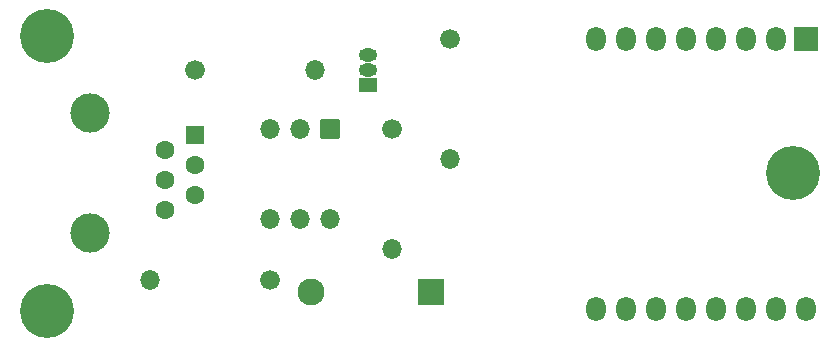
<source format=gts>
G04 #@! TF.GenerationSoftware,KiCad,Pcbnew,8.0.1*
G04 #@! TF.CreationDate,2024-04-29T21:46:06+02:00*
G04 #@! TF.ProjectId,P1-lezer,50312d6c-657a-4657-922e-6b696361645f,rev?*
G04 #@! TF.SameCoordinates,Original*
G04 #@! TF.FileFunction,Soldermask,Top*
G04 #@! TF.FilePolarity,Negative*
%FSLAX46Y46*%
G04 Gerber Fmt 4.6, Leading zero omitted, Abs format (unit mm)*
G04 Created by KiCad (PCBNEW 8.0.1) date 2024-04-29 21:46:06*
%MOMM*%
%LPD*%
G01*
G04 APERTURE LIST*
G04 Aperture macros list*
%AMRoundRect*
0 Rectangle with rounded corners*
0 $1 Rounding radius*
0 $2 $3 $4 $5 $6 $7 $8 $9 X,Y pos of 4 corners*
0 Add a 4 corners polygon primitive as box body*
4,1,4,$2,$3,$4,$5,$6,$7,$8,$9,$2,$3,0*
0 Add four circle primitives for the rounded corners*
1,1,$1+$1,$2,$3*
1,1,$1+$1,$4,$5*
1,1,$1+$1,$6,$7*
1,1,$1+$1,$8,$9*
0 Add four rect primitives between the rounded corners*
20,1,$1+$1,$2,$3,$4,$5,0*
20,1,$1+$1,$4,$5,$6,$7,0*
20,1,$1+$1,$6,$7,$8,$9,0*
20,1,$1+$1,$8,$9,$2,$3,0*%
G04 Aperture macros list end*
%ADD10C,1.676000*%
%ADD11O,1.676000X1.676000*%
%ADD12C,3.176000*%
%ADD13C,4.576000*%
%ADD14RoundRect,0.038000X0.750000X-0.525000X0.750000X0.525000X-0.750000X0.525000X-0.750000X-0.525000X0*%
%ADD15O,1.576000X1.126000*%
%ADD16RoundRect,0.038000X-1.000000X1.000000X-1.000000X-1.000000X1.000000X-1.000000X1.000000X1.000000X0*%
%ADD17O,1.676000X2.076000*%
%ADD18C,3.326000*%
%ADD19RoundRect,0.262500X-0.535500X0.535500X-0.535500X-0.535500X0.535500X-0.535500X0.535500X0.535500X0*%
%ADD20C,1.596000*%
%ADD21RoundRect,0.038000X-0.800000X0.800000X-0.800000X-0.800000X0.800000X-0.800000X0.800000X0.800000X0*%
%ADD22RoundRect,0.038000X1.100000X1.100000X-1.100000X1.100000X-1.100000X-1.100000X1.100000X-1.100000X0*%
%ADD23O,2.276000X2.276000*%
G04 APERTURE END LIST*
D10*
X103100000Y-70700000D03*
D11*
X103100000Y-80860000D03*
D12*
X69000000Y-93700000D03*
D13*
X69000000Y-93700000D03*
D10*
X98200000Y-78300000D03*
D11*
X98200000Y-88460000D03*
D14*
X96160000Y-74570000D03*
D15*
X96160000Y-73300000D03*
X96160000Y-72030000D03*
D16*
X133260000Y-70700000D03*
D17*
X130720000Y-70700000D03*
X128180000Y-70700000D03*
X125640000Y-70700000D03*
X123100000Y-70700000D03*
X120560000Y-70700000D03*
X118020000Y-70700000D03*
X115480000Y-70700000D03*
X115480000Y-93560000D03*
X118020000Y-93560000D03*
X120560000Y-93560000D03*
X123100000Y-93560000D03*
X125640000Y-93560000D03*
X128180000Y-93560000D03*
X130720000Y-93560000D03*
X133260000Y-93560000D03*
D10*
X87880000Y-91100000D03*
D11*
X77720000Y-91100000D03*
D18*
X72600000Y-76940000D03*
X72600000Y-87100000D03*
D19*
X81490000Y-78840000D03*
D20*
X78950000Y-80110000D03*
X81490000Y-81380000D03*
X78950000Y-82650000D03*
X81490000Y-83920000D03*
X78950000Y-85190000D03*
D10*
X81520000Y-73300000D03*
D11*
X91680000Y-73300000D03*
D21*
X92925000Y-78300000D03*
D11*
X90385000Y-78300000D03*
X87845000Y-78300000D03*
X87845000Y-85920000D03*
X90385000Y-85920000D03*
X92925000Y-85920000D03*
D22*
X101480000Y-92100000D03*
D23*
X91320000Y-92100000D03*
D12*
X132150000Y-82000000D03*
D13*
X132150000Y-82000000D03*
D12*
X69000000Y-70400000D03*
D13*
X69000000Y-70400000D03*
M02*

</source>
